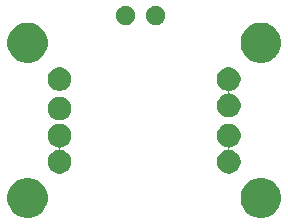
<source format=gbr>
G04 #@! TF.GenerationSoftware,KiCad,Pcbnew,5.1.2-f72e74a~84~ubuntu16.04.1*
G04 #@! TF.CreationDate,2019-07-15T19:55:09-04:00*
G04 #@! TF.ProjectId,usb-webcam-interface,7573622d-7765-4626-9361-6d2d696e7465,rev?*
G04 #@! TF.SameCoordinates,Original*
G04 #@! TF.FileFunction,Soldermask,Bot*
G04 #@! TF.FilePolarity,Negative*
%FSLAX46Y46*%
G04 Gerber Fmt 4.6, Leading zero omitted, Abs format (unit mm)*
G04 Created by KiCad (PCBNEW 5.1.2-f72e74a~84~ubuntu16.04.1) date 2019-07-15 19:55:09*
%MOMM*%
%LPD*%
G04 APERTURE LIST*
%ADD10C,0.100000*%
G04 APERTURE END LIST*
D10*
G36*
X78546162Y-79864368D02*
G01*
X78855724Y-79992593D01*
X78855725Y-79992594D01*
X79134324Y-80178747D01*
X79371253Y-80415676D01*
X79495637Y-80601830D01*
X79557407Y-80694276D01*
X79685632Y-81003838D01*
X79751000Y-81332465D01*
X79751000Y-81667535D01*
X79685632Y-81996162D01*
X79557407Y-82305724D01*
X79557406Y-82305725D01*
X79371253Y-82584324D01*
X79134324Y-82821253D01*
X78948170Y-82945637D01*
X78855724Y-83007407D01*
X78546162Y-83135632D01*
X78217535Y-83201000D01*
X77882465Y-83201000D01*
X77553838Y-83135632D01*
X77244276Y-83007407D01*
X77151830Y-82945637D01*
X76965676Y-82821253D01*
X76728747Y-82584324D01*
X76542594Y-82305725D01*
X76542593Y-82305724D01*
X76414368Y-81996162D01*
X76349000Y-81667535D01*
X76349000Y-81332465D01*
X76414368Y-81003838D01*
X76542593Y-80694276D01*
X76604363Y-80601830D01*
X76728747Y-80415676D01*
X76965676Y-80178747D01*
X77244275Y-79992594D01*
X77244276Y-79992593D01*
X77553838Y-79864368D01*
X77882465Y-79799000D01*
X78217535Y-79799000D01*
X78546162Y-79864368D01*
X78546162Y-79864368D01*
G37*
G36*
X98286162Y-79864368D02*
G01*
X98595724Y-79992593D01*
X98595725Y-79992594D01*
X98874324Y-80178747D01*
X99111253Y-80415676D01*
X99235637Y-80601830D01*
X99297407Y-80694276D01*
X99425632Y-81003838D01*
X99491000Y-81332465D01*
X99491000Y-81667535D01*
X99425632Y-81996162D01*
X99297407Y-82305724D01*
X99297406Y-82305725D01*
X99111253Y-82584324D01*
X98874324Y-82821253D01*
X98688170Y-82945637D01*
X98595724Y-83007407D01*
X98286162Y-83135632D01*
X97957535Y-83201000D01*
X97622465Y-83201000D01*
X97293838Y-83135632D01*
X96984276Y-83007407D01*
X96891830Y-82945637D01*
X96705676Y-82821253D01*
X96468747Y-82584324D01*
X96282594Y-82305725D01*
X96282593Y-82305724D01*
X96154368Y-81996162D01*
X96089000Y-81667535D01*
X96089000Y-81332465D01*
X96154368Y-81003838D01*
X96282593Y-80694276D01*
X96344363Y-80601830D01*
X96468747Y-80415676D01*
X96705676Y-80178747D01*
X96984275Y-79992594D01*
X96984276Y-79992593D01*
X97293838Y-79864368D01*
X97622465Y-79799000D01*
X97957535Y-79799000D01*
X98286162Y-79864368D01*
X98286162Y-79864368D01*
G37*
G36*
X95275285Y-75218234D02*
G01*
X95371981Y-75237468D01*
X95554151Y-75312926D01*
X95718100Y-75422473D01*
X95857527Y-75561900D01*
X95967074Y-75725849D01*
X96042532Y-75908019D01*
X96081000Y-76101410D01*
X96081000Y-76298590D01*
X96042532Y-76491981D01*
X95967074Y-76674151D01*
X95857527Y-76838100D01*
X95718100Y-76977527D01*
X95554151Y-77087074D01*
X95371981Y-77162532D01*
X95237640Y-77189254D01*
X95221810Y-77192403D01*
X95198361Y-77199516D01*
X95176750Y-77211067D01*
X95157808Y-77226612D01*
X95142263Y-77245554D01*
X95130712Y-77267165D01*
X95123599Y-77290614D01*
X95121197Y-77315000D01*
X95123599Y-77339386D01*
X95130712Y-77362835D01*
X95142263Y-77384446D01*
X95157808Y-77403388D01*
X95176750Y-77418933D01*
X95198361Y-77430484D01*
X95221810Y-77437597D01*
X95371981Y-77467468D01*
X95554151Y-77542926D01*
X95718100Y-77652473D01*
X95857527Y-77791900D01*
X95967074Y-77955849D01*
X96042532Y-78138019D01*
X96081000Y-78331410D01*
X96081000Y-78528590D01*
X96042532Y-78721981D01*
X95967074Y-78904151D01*
X95857527Y-79068100D01*
X95718100Y-79207527D01*
X95554151Y-79317074D01*
X95371981Y-79392532D01*
X95275285Y-79411766D01*
X95178591Y-79431000D01*
X94981409Y-79431000D01*
X94884715Y-79411766D01*
X94788019Y-79392532D01*
X94605849Y-79317074D01*
X94441900Y-79207527D01*
X94302473Y-79068100D01*
X94192926Y-78904151D01*
X94117468Y-78721981D01*
X94079000Y-78528590D01*
X94079000Y-78331410D01*
X94117468Y-78138019D01*
X94192926Y-77955849D01*
X94302473Y-77791900D01*
X94441900Y-77652473D01*
X94605849Y-77542926D01*
X94788019Y-77467468D01*
X94938190Y-77437597D01*
X94961639Y-77430484D01*
X94983250Y-77418933D01*
X95002192Y-77403388D01*
X95017737Y-77384446D01*
X95029288Y-77362835D01*
X95036401Y-77339386D01*
X95038803Y-77315000D01*
X95036401Y-77290614D01*
X95029288Y-77267165D01*
X95017737Y-77245554D01*
X95002192Y-77226612D01*
X94983250Y-77211067D01*
X94961639Y-77199516D01*
X94938190Y-77192403D01*
X94922360Y-77189254D01*
X94788019Y-77162532D01*
X94605849Y-77087074D01*
X94441900Y-76977527D01*
X94302473Y-76838100D01*
X94192926Y-76674151D01*
X94117468Y-76491981D01*
X94079000Y-76298590D01*
X94079000Y-76101410D01*
X94117468Y-75908019D01*
X94192926Y-75725849D01*
X94302473Y-75561900D01*
X94441900Y-75422473D01*
X94605849Y-75312926D01*
X94788019Y-75237468D01*
X94884715Y-75218234D01*
X94981409Y-75199000D01*
X95178591Y-75199000D01*
X95275285Y-75218234D01*
X95275285Y-75218234D01*
G37*
G36*
X80955285Y-75218234D02*
G01*
X81051981Y-75237468D01*
X81234151Y-75312926D01*
X81398100Y-75422473D01*
X81537527Y-75561900D01*
X81647074Y-75725849D01*
X81722532Y-75908019D01*
X81761000Y-76101410D01*
X81761000Y-76298590D01*
X81722532Y-76491981D01*
X81647074Y-76674151D01*
X81537527Y-76838100D01*
X81398100Y-76977527D01*
X81234151Y-77087074D01*
X81051981Y-77162532D01*
X80917640Y-77189254D01*
X80901810Y-77192403D01*
X80878361Y-77199516D01*
X80856750Y-77211067D01*
X80837808Y-77226612D01*
X80822263Y-77245554D01*
X80810712Y-77267165D01*
X80803599Y-77290614D01*
X80801197Y-77315000D01*
X80803599Y-77339386D01*
X80810712Y-77362835D01*
X80822263Y-77384446D01*
X80837808Y-77403388D01*
X80856750Y-77418933D01*
X80878361Y-77430484D01*
X80901810Y-77437597D01*
X81051981Y-77467468D01*
X81234151Y-77542926D01*
X81398100Y-77652473D01*
X81537527Y-77791900D01*
X81647074Y-77955849D01*
X81722532Y-78138019D01*
X81761000Y-78331410D01*
X81761000Y-78528590D01*
X81722532Y-78721981D01*
X81647074Y-78904151D01*
X81537527Y-79068100D01*
X81398100Y-79207527D01*
X81234151Y-79317074D01*
X81051981Y-79392532D01*
X80955285Y-79411766D01*
X80858591Y-79431000D01*
X80661409Y-79431000D01*
X80564715Y-79411766D01*
X80468019Y-79392532D01*
X80285849Y-79317074D01*
X80121900Y-79207527D01*
X79982473Y-79068100D01*
X79872926Y-78904151D01*
X79797468Y-78721981D01*
X79759000Y-78528590D01*
X79759000Y-78331410D01*
X79797468Y-78138019D01*
X79872926Y-77955849D01*
X79982473Y-77791900D01*
X80121900Y-77652473D01*
X80285849Y-77542926D01*
X80468019Y-77467468D01*
X80618190Y-77437597D01*
X80641639Y-77430484D01*
X80663250Y-77418933D01*
X80682192Y-77403388D01*
X80697737Y-77384446D01*
X80709288Y-77362835D01*
X80716401Y-77339386D01*
X80718803Y-77315000D01*
X80716401Y-77290614D01*
X80709288Y-77267165D01*
X80697737Y-77245554D01*
X80682192Y-77226612D01*
X80663250Y-77211067D01*
X80641639Y-77199516D01*
X80618190Y-77192403D01*
X80602360Y-77189254D01*
X80468019Y-77162532D01*
X80285849Y-77087074D01*
X80121900Y-76977527D01*
X79982473Y-76838100D01*
X79872926Y-76674151D01*
X79797468Y-76491981D01*
X79759000Y-76298590D01*
X79759000Y-76101410D01*
X79797468Y-75908019D01*
X79872926Y-75725849D01*
X79982473Y-75561900D01*
X80121900Y-75422473D01*
X80285849Y-75312926D01*
X80468019Y-75237468D01*
X80564715Y-75218234D01*
X80661409Y-75199000D01*
X80858591Y-75199000D01*
X80955285Y-75218234D01*
X80955285Y-75218234D01*
G37*
G36*
X81051981Y-72967468D02*
G01*
X81234151Y-73042926D01*
X81398100Y-73152473D01*
X81537527Y-73291900D01*
X81647074Y-73455849D01*
X81722532Y-73638019D01*
X81761000Y-73831410D01*
X81761000Y-74028590D01*
X81722532Y-74221981D01*
X81647074Y-74404151D01*
X81537527Y-74568100D01*
X81398100Y-74707527D01*
X81234151Y-74817074D01*
X81051981Y-74892532D01*
X80955285Y-74911766D01*
X80858591Y-74931000D01*
X80661409Y-74931000D01*
X80564715Y-74911766D01*
X80468019Y-74892532D01*
X80285849Y-74817074D01*
X80121900Y-74707527D01*
X79982473Y-74568100D01*
X79872926Y-74404151D01*
X79797468Y-74221981D01*
X79759000Y-74028590D01*
X79759000Y-73831410D01*
X79797468Y-73638019D01*
X79872926Y-73455849D01*
X79982473Y-73291900D01*
X80121900Y-73152473D01*
X80285849Y-73042926D01*
X80468019Y-72967468D01*
X80661409Y-72929000D01*
X80858591Y-72929000D01*
X81051981Y-72967468D01*
X81051981Y-72967468D01*
G37*
G36*
X95275285Y-70448234D02*
G01*
X95371981Y-70467468D01*
X95554151Y-70542926D01*
X95718100Y-70652473D01*
X95857527Y-70791900D01*
X95967074Y-70955849D01*
X96042532Y-71138019D01*
X96081000Y-71331410D01*
X96081000Y-71528590D01*
X96042532Y-71721981D01*
X95967074Y-71904151D01*
X95857527Y-72068100D01*
X95718100Y-72207527D01*
X95554151Y-72317074D01*
X95371981Y-72392532D01*
X95237640Y-72419254D01*
X95221810Y-72422403D01*
X95198361Y-72429516D01*
X95176750Y-72441067D01*
X95157808Y-72456612D01*
X95142263Y-72475554D01*
X95130712Y-72497165D01*
X95123599Y-72520614D01*
X95121197Y-72545000D01*
X95123599Y-72569386D01*
X95130712Y-72592835D01*
X95142263Y-72614446D01*
X95157808Y-72633388D01*
X95176750Y-72648933D01*
X95198361Y-72660484D01*
X95221810Y-72667597D01*
X95371981Y-72697468D01*
X95554151Y-72772926D01*
X95718100Y-72882473D01*
X95857527Y-73021900D01*
X95967074Y-73185849D01*
X96042532Y-73368019D01*
X96081000Y-73561410D01*
X96081000Y-73758590D01*
X96042532Y-73951981D01*
X95967074Y-74134151D01*
X95857527Y-74298100D01*
X95718100Y-74437527D01*
X95554151Y-74547074D01*
X95371981Y-74622532D01*
X95275285Y-74641766D01*
X95178591Y-74661000D01*
X94981409Y-74661000D01*
X94884715Y-74641766D01*
X94788019Y-74622532D01*
X94605849Y-74547074D01*
X94441900Y-74437527D01*
X94302473Y-74298100D01*
X94192926Y-74134151D01*
X94117468Y-73951981D01*
X94079000Y-73758590D01*
X94079000Y-73561410D01*
X94117468Y-73368019D01*
X94192926Y-73185849D01*
X94302473Y-73021900D01*
X94441900Y-72882473D01*
X94605849Y-72772926D01*
X94788019Y-72697468D01*
X94938190Y-72667597D01*
X94961639Y-72660484D01*
X94983250Y-72648933D01*
X95002192Y-72633388D01*
X95017737Y-72614446D01*
X95029288Y-72592835D01*
X95036401Y-72569386D01*
X95038803Y-72545000D01*
X95036401Y-72520614D01*
X95029288Y-72497165D01*
X95017737Y-72475554D01*
X95002192Y-72456612D01*
X94983250Y-72441067D01*
X94961639Y-72429516D01*
X94938190Y-72422403D01*
X94922360Y-72419254D01*
X94788019Y-72392532D01*
X94605849Y-72317074D01*
X94441900Y-72207527D01*
X94302473Y-72068100D01*
X94192926Y-71904151D01*
X94117468Y-71721981D01*
X94079000Y-71528590D01*
X94079000Y-71331410D01*
X94117468Y-71138019D01*
X94192926Y-70955849D01*
X94302473Y-70791900D01*
X94441900Y-70652473D01*
X94605849Y-70542926D01*
X94788019Y-70467468D01*
X94884715Y-70448234D01*
X94981409Y-70429000D01*
X95178591Y-70429000D01*
X95275285Y-70448234D01*
X95275285Y-70448234D01*
G37*
G36*
X80955285Y-70448234D02*
G01*
X81051981Y-70467468D01*
X81234151Y-70542926D01*
X81398100Y-70652473D01*
X81537527Y-70791900D01*
X81647074Y-70955849D01*
X81722532Y-71138019D01*
X81761000Y-71331410D01*
X81761000Y-71528590D01*
X81722532Y-71721981D01*
X81647074Y-71904151D01*
X81537527Y-72068100D01*
X81398100Y-72207527D01*
X81234151Y-72317074D01*
X81051981Y-72392532D01*
X80858591Y-72431000D01*
X80661409Y-72431000D01*
X80468019Y-72392532D01*
X80285849Y-72317074D01*
X80121900Y-72207527D01*
X79982473Y-72068100D01*
X79872926Y-71904151D01*
X79797468Y-71721981D01*
X79759000Y-71528590D01*
X79759000Y-71331410D01*
X79797468Y-71138019D01*
X79872926Y-70955849D01*
X79982473Y-70791900D01*
X80121900Y-70652473D01*
X80285849Y-70542926D01*
X80468019Y-70467468D01*
X80564715Y-70448234D01*
X80661409Y-70429000D01*
X80858591Y-70429000D01*
X80955285Y-70448234D01*
X80955285Y-70448234D01*
G37*
G36*
X78546162Y-66724368D02*
G01*
X78855724Y-66852593D01*
X78855725Y-66852594D01*
X79134324Y-67038747D01*
X79371253Y-67275676D01*
X79495637Y-67461830D01*
X79557407Y-67554276D01*
X79685632Y-67863838D01*
X79751000Y-68192465D01*
X79751000Y-68527535D01*
X79685632Y-68856162D01*
X79557407Y-69165724D01*
X79557406Y-69165725D01*
X79371253Y-69444324D01*
X79134324Y-69681253D01*
X78948170Y-69805637D01*
X78855724Y-69867407D01*
X78546162Y-69995632D01*
X78217535Y-70061000D01*
X77882465Y-70061000D01*
X77553838Y-69995632D01*
X77244276Y-69867407D01*
X77151830Y-69805637D01*
X76965676Y-69681253D01*
X76728747Y-69444324D01*
X76542594Y-69165725D01*
X76542593Y-69165724D01*
X76414368Y-68856162D01*
X76349000Y-68527535D01*
X76349000Y-68192465D01*
X76414368Y-67863838D01*
X76542593Y-67554276D01*
X76604363Y-67461830D01*
X76728747Y-67275676D01*
X76965676Y-67038747D01*
X77244275Y-66852594D01*
X77244276Y-66852593D01*
X77553838Y-66724368D01*
X77882465Y-66659000D01*
X78217535Y-66659000D01*
X78546162Y-66724368D01*
X78546162Y-66724368D01*
G37*
G36*
X98286162Y-66724368D02*
G01*
X98595724Y-66852593D01*
X98595725Y-66852594D01*
X98874324Y-67038747D01*
X99111253Y-67275676D01*
X99235637Y-67461830D01*
X99297407Y-67554276D01*
X99425632Y-67863838D01*
X99491000Y-68192465D01*
X99491000Y-68527535D01*
X99425632Y-68856162D01*
X99297407Y-69165724D01*
X99297406Y-69165725D01*
X99111253Y-69444324D01*
X98874324Y-69681253D01*
X98688170Y-69805637D01*
X98595724Y-69867407D01*
X98286162Y-69995632D01*
X97957535Y-70061000D01*
X97622465Y-70061000D01*
X97293838Y-69995632D01*
X96984276Y-69867407D01*
X96891830Y-69805637D01*
X96705676Y-69681253D01*
X96468747Y-69444324D01*
X96282594Y-69165725D01*
X96282593Y-69165724D01*
X96154368Y-68856162D01*
X96089000Y-68527535D01*
X96089000Y-68192465D01*
X96154368Y-67863838D01*
X96282593Y-67554276D01*
X96344363Y-67461830D01*
X96468747Y-67275676D01*
X96705676Y-67038747D01*
X96984275Y-66852594D01*
X96984276Y-66852593D01*
X97293838Y-66724368D01*
X97622465Y-66659000D01*
X97957535Y-66659000D01*
X98286162Y-66724368D01*
X98286162Y-66724368D01*
G37*
G36*
X89137142Y-65278242D02*
G01*
X89285101Y-65339529D01*
X89418255Y-65428499D01*
X89531501Y-65541745D01*
X89620471Y-65674899D01*
X89681758Y-65822858D01*
X89713000Y-65979925D01*
X89713000Y-66140075D01*
X89681758Y-66297142D01*
X89620471Y-66445101D01*
X89531501Y-66578255D01*
X89418255Y-66691501D01*
X89285101Y-66780471D01*
X89137142Y-66841758D01*
X88980075Y-66873000D01*
X88819925Y-66873000D01*
X88662858Y-66841758D01*
X88514899Y-66780471D01*
X88381745Y-66691501D01*
X88268499Y-66578255D01*
X88179529Y-66445101D01*
X88118242Y-66297142D01*
X88087000Y-66140075D01*
X88087000Y-65979925D01*
X88118242Y-65822858D01*
X88179529Y-65674899D01*
X88268499Y-65541745D01*
X88381745Y-65428499D01*
X88514899Y-65339529D01*
X88662858Y-65278242D01*
X88819925Y-65247000D01*
X88980075Y-65247000D01*
X89137142Y-65278242D01*
X89137142Y-65278242D01*
G37*
G36*
X86597142Y-65258242D02*
G01*
X86745101Y-65319529D01*
X86878255Y-65408499D01*
X86991501Y-65521745D01*
X87080471Y-65654899D01*
X87141758Y-65802858D01*
X87173000Y-65959925D01*
X87173000Y-66120075D01*
X87141758Y-66277142D01*
X87080471Y-66425101D01*
X86991501Y-66558255D01*
X86878255Y-66671501D01*
X86745101Y-66760471D01*
X86597142Y-66821758D01*
X86440075Y-66853000D01*
X86279925Y-66853000D01*
X86122858Y-66821758D01*
X85974899Y-66760471D01*
X85841745Y-66671501D01*
X85728499Y-66558255D01*
X85639529Y-66425101D01*
X85578242Y-66277142D01*
X85547000Y-66120075D01*
X85547000Y-65959925D01*
X85578242Y-65802858D01*
X85639529Y-65654899D01*
X85728499Y-65521745D01*
X85841745Y-65408499D01*
X85974899Y-65319529D01*
X86122858Y-65258242D01*
X86279925Y-65227000D01*
X86440075Y-65227000D01*
X86597142Y-65258242D01*
X86597142Y-65258242D01*
G37*
M02*

</source>
